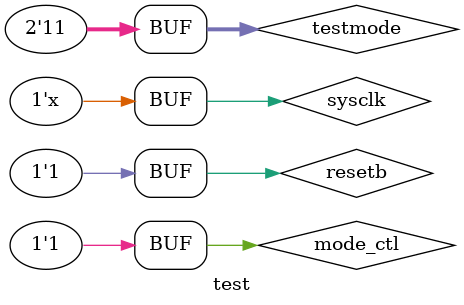
<source format=v>
`timescale 1ns/1ns

module test;

reg sysclk,resetb,mode_ctl;
reg  [1:0] testmode;
wire sigin,range_ext;
wire [6:0] dis1,dis2,dis3,dis4;

top t (
  .sysclk(sysclk),
  .resetb(resetb),
  .mode_ctl(mode_ctl),
  .testmode(testmode),
  .range_ext(range_ext),
  .dis1(dis1),.dis2(dis2),.dis3(dis3),.dis4(dis4)
);
initial begin
  sysclk<=0;
  resetb<=0;
  testmode<=2'b11;
  mode_ctl<=1;
  #50 resetb<=1;
end

always #10 sysclk=~sysclk;


endmodule // test
</source>
